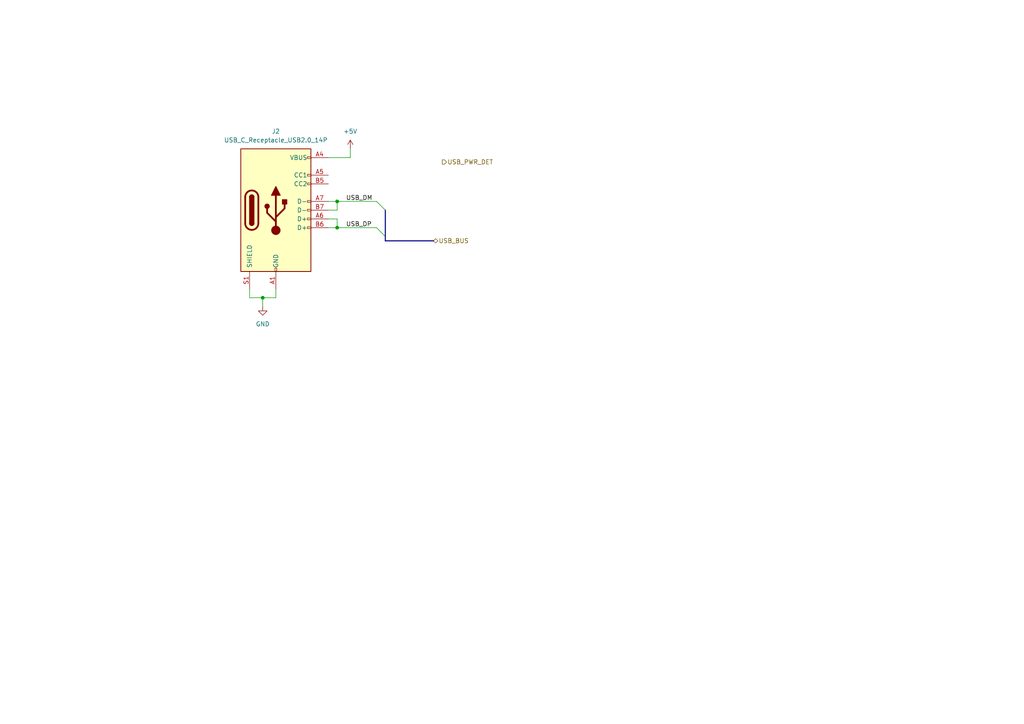
<source format=kicad_sch>
(kicad_sch (version 20231120) (generator "eeschema") (generator_version "8.0")
  (paper "A4")
  (lib_symbols
    (symbol "Connector:USB_C_Receptacle_USB2.0_14P" (pin_names (offset 1.016))
      (property "Reference" "J" (at 0 22.225 0))
      (property "Value" "USB_C_Receptacle_USB2.0_14P" (at 0 19.685 0))
      (symbol "USB_C_Receptacle_USB2.0_14P_0_0"
        (rectangle (start -0.254 -17.78) (end 0.254 -16.764))
        (rectangle (start 10.16 -4.826) (end 9.144 -5.334))
        (rectangle (start 10.16 -2.286) (end 9.144 -2.794))
        (rectangle (start 10.16 0.254) (end 9.144 -0.254))
        (rectangle (start 10.16 2.794) (end 9.144 2.286))
        (rectangle (start 10.16 7.874) (end 9.144 7.366))
        (rectangle (start 10.16 10.414) (end 9.144 9.906))
        (rectangle (start 10.16 15.494) (end 9.144 14.986))
      )
      (symbol "USB_C_Receptacle_USB2.0_14P_0_1"
        (rectangle (start -10.16 17.78) (end 10.16 -17.78) (stroke (width 0.254)) (fill (type background)))
        (arc (start -8.89 -3.81) (mid -6.985 -5.7067) (end -5.08 -3.81) (stroke (width 0.508)))
        (arc (start -7.62 -3.81) (mid -6.985 -4.4423) (end -6.35 -3.81) (stroke (width 0.254)))
        (arc (start -7.62 -3.81) (mid -6.985 -4.4423) (end -6.35 -3.81) (stroke (width 0.254)) (fill (type outline)))
        (rectangle (start -7.62 -3.81) (end -6.35 3.81) (stroke (width 0.254)) (fill (type outline)))
        (arc (start -6.35 3.81) (mid -6.985 4.4423) (end -7.62 3.81) (stroke (width 0.254)))
        (arc (start -6.35 3.81) (mid -6.985 4.4423) (end -7.62 3.81) (stroke (width 0.254)) (fill (type outline)))
        (arc (start -5.08 3.81) (mid -6.985 5.7067) (end -8.89 3.81) (stroke (width 0.508)))
        (circle (center -2.54 1.143) (radius 0.635) (stroke (width 0.254)) (fill (type outline)))
        (circle (center 0 -5.842) (radius 1.27) (fill (type outline)))
        (polyline (pts (xy -8.89 -3.81) (xy -8.89 3.81)) (stroke (width 0.508)))
        (polyline (pts (xy -5.08 3.81) (xy -5.08 -3.81)) (stroke (width 0.508)))
        (polyline (pts (xy 0 -5.842) (xy 0 4.318)) (stroke (width 0.508)))
        (polyline (pts (xy 0 -3.302) (xy -2.54 -0.762) (xy -2.54 0.508)) (stroke (width 0.508)))
        (polyline (pts (xy 0 -2.032) (xy 2.54 0.508) (xy 2.54 1.778)) (stroke (width 0.508)))
        (polyline (pts (xy -1.27 4.318) (xy 0 6.858) (xy 1.27 4.318) (xy -1.27 4.318)) (stroke (width 0.254)) (fill (type outline)))
        (rectangle (start 1.905 1.778) (end 3.175 3.048) (stroke (width 0.254)) (fill (type outline)))
      )
      (symbol "USB_C_Receptacle_USB2.0_14P_1_1"
        (pin passive line (at 0 -22.86 90) (length 5.08) (name "GND") (number "A1"))
        (pin passive line (at 0 -22.86 90) (length 5.08) hide (name "GND") (number "A12"))
        (pin passive line (at 15.24 15.24 180) (length 5.08) (name "VBUS") (number "A4"))
        (pin bidirectional line (at 15.24 10.16 180) (length 5.08) (name "CC1") (number "A5"))
        (pin bidirectional line (at 15.24 -2.54 180) (length 5.08) (name "D+") (number "A6"))
        (pin bidirectional line (at 15.24 2.54 180) (length 5.08) (name "D-") (number "A7"))
        (pin passive line (at 15.24 15.24 180) (length 5.08) hide (name "VBUS") (number "A9"))
        (pin passive line (at 0 -22.86 90) (length 5.08) hide (name "GND") (number "B1"))
        (pin passive line (at 0 -22.86 90) (length 5.08) hide (name "GND") (number "B12"))
        (pin passive line (at 15.24 15.24 180) (length 5.08) hide (name "VBUS") (number "B4"))
        (pin bidirectional line (at 15.24 7.62 180) (length 5.08) (name "CC2") (number "B5"))
        (pin bidirectional line (at 15.24 -5.08 180) (length 5.08) (name "D+") (number "B6"))
        (pin bidirectional line (at 15.24 0 180) (length 5.08) (name "D-") (number "B7"))
        (pin passive line (at 15.24 15.24 180) (length 5.08) hide (name "VBUS") (number "B9"))
        (pin passive line (at -7.62 -22.86 90) (length 5.08) (name "SHIELD") (number "S1"))
      )
    )
    (symbol "power:+5V" (power) (pin_numbers hide) (pin_names (offset 0) hide)
      (property "Value" "+5V" (at 0 3.556 0))
      (symbol "+5V_0_1"
        (polyline (pts (xy -0.762 1.27) (xy 0 2.54)))
        (polyline (pts (xy 0 0) (xy 0 2.54)))
        (polyline (pts (xy 0 2.54) (xy 0.762 1.27)))
      )
      (symbol "+5V_1_1"
        (pin power_in line (at 0 0 90) (length 0) (name "~") (number "1"))
      )
    )
    (symbol "power:GND" (power) (pin_numbers hide) (pin_names (offset 0) hide)
      (property "Value" "GND" (at 0 -3.81 0))
      (symbol "GND_0_1"
        (polyline (pts (xy 0 0) (xy 0 -1.27) (xy 1.27 -1.27) (xy 0 -2.54) (xy -1.27 -1.27) (xy 0 -1.27)))
      )
      (symbol "GND_1_1"
        (pin power_in line (at 0 0 270) (length 0) (name "~") (number "1"))
      )
    )
  )
  (junction (at 97.79 66.04))
  (junction (at 97.79 58.42))
  (junction (at 76.2 86.36))
  (bus_entry (at 109.22 58.42) (size 2.54 2.54))
  (bus_entry (at 109.22 66.04) (size 2.54 2.54))
  (wire (pts (xy 97.79 66.04) (xy 109.22 66.04)))
  (wire (pts (xy 80.01 86.36) (xy 80.01 83.82)))
  (wire (pts (xy 72.39 83.82) (xy 72.39 86.36)))
  (bus (pts (xy 111.76 60.96) (xy 111.76 68.58)))
  (wire (pts (xy 97.79 58.42) (xy 109.22 58.42)))
  (wire (pts (xy 101.6 45.72) (xy 101.6 43.18)))
  (wire (pts (xy 95.25 66.04) (xy 97.79 66.04)))
  (wire (pts (xy 95.25 45.72) (xy 101.6 45.72)))
  (wire (pts (xy 76.2 86.36) (xy 80.01 86.36)))
  (wire (pts (xy 95.25 60.96) (xy 97.79 60.96)))
  (wire (pts (xy 97.79 60.96) (xy 97.79 58.42)))
  (wire (pts (xy 95.25 58.42) (xy 97.79 58.42)))
  (bus (pts (xy 111.76 68.58) (xy 111.76 69.85)))
  (wire (pts (xy 97.79 63.5) (xy 97.79 66.04)))
  (wire (pts (xy 72.39 86.36) (xy 76.2 86.36)))
  (bus (pts (xy 111.76 69.85) (xy 125.73 69.85)))
  (wire (pts (xy 76.2 86.36) (xy 76.2 88.9)))
  (wire (pts (xy 95.25 63.5) (xy 97.79 63.5)))
  (label "USB_DM" (at 100.33 58.42 0))
  (label "USB_DP" (at 100.33 66.04 0))
  (hierarchical_label "USB_BUS" (shape bidirectional) (at 125.73 69.85 0))
  (hierarchical_label "USB_PWR_DET" (shape output) (at 128.27 46.99 0))
  (symbol (lib_id "Connector:USB_C_Receptacle_USB2.0_14P") (at 80.01 60.96 0) (unit 1)
    (property "Reference" "J2" (at 80.01 38.1 0))
    (property "Value" "USB_C_Receptacle_USB2.0_14P" (at 80.01 40.64 0))
    (property "Datasheet" "https://www.usb.org/sites/default/files/documents/usb_type-c.zip" (effects (hide yes)))
    (property "Description" "USB 2.0-only 14P Type-C Receptacle connector" (effects (hide yes)))
  )
  (symbol (lib_id "power:+5V") (at 101.6 43.18 0) (unit 1)
    (property "Reference" "#PWR05" (effects (hide yes)))
    (property "Value" "+5V" (at 101.6 38.1 0))
    (property "Description" "Power symbol creates a global label with name \"+5V\"" (effects (hide yes)))
  )
  (symbol (lib_id "power:GND") (at 76.2 88.9 0) (unit 1)
    (property "Reference" "#PWR04" (effects (hide yes)))
    (property "Value" "GND" (at 76.2 93.98 0))
    (property "Description" "Power symbol creates a global label with name \"GND\" , ground" (effects (hide yes)))
  )
)
</source>
